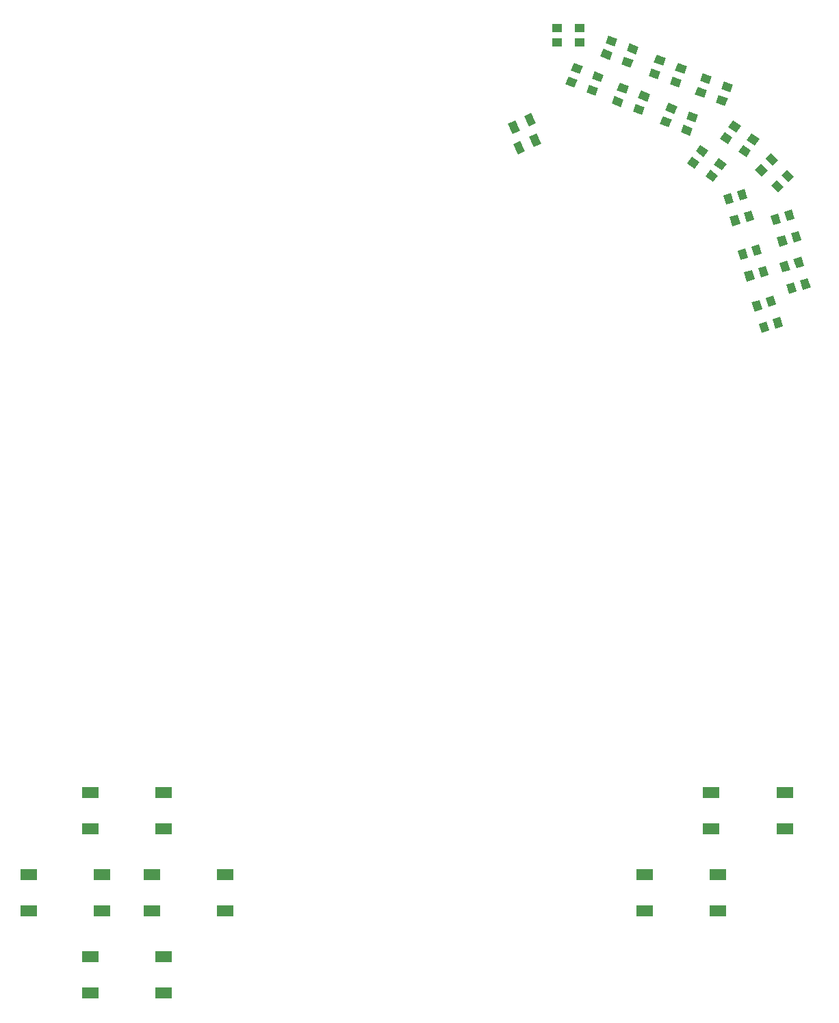
<source format=gtp>
G04 Layer: TopPasteMaskLayer*
G04 EasyEDA v6.4.17, 2021-02-25T15:28:36--5:00*
G04 aa3373424ab044808dd5acc0b6461e4b,072da06717534aa28f27f5ff42559d36,10*
G04 Gerber Generator version 0.2*
G04 Scale: 100 percent, Rotated: No, Reflected: No *
G04 Dimensions in inches *
G04 leading zeros omitted , absolute positions ,3 integer and 6 decimal *
%FSLAX36Y36*%
%MOIN*%

%ADD15R,0.0827X0.0551*%
%ADD16R,0.0472X0.0394*%

%LPD*%
G36*
X2568734Y4651644D02*
G01*
X2533054Y4635005D01*
X2509759Y4684958D01*
X2545442Y4701597D01*
G37*
G36*
X2490236Y4615039D02*
G01*
X2454555Y4598400D01*
X2431261Y4648353D01*
X2466941Y4664992D01*
G37*
G36*
X2593735Y4551644D02*
G01*
X2558054Y4535005D01*
X2534759Y4584958D01*
X2570442Y4601597D01*
G37*
G36*
X2515236Y4515039D02*
G01*
X2479555Y4498400D01*
X2456261Y4548354D01*
X2491941Y4564992D01*
G37*
D15*
G01*
X3095870Y988580D03*
G01*
X3454129Y988580D03*
G01*
X3095870Y811419D03*
G01*
X3454129Y811419D03*
G01*
X3420870Y1388580D03*
G01*
X3779129Y1388580D03*
G01*
X3420870Y1211419D03*
G01*
X3779129Y1211419D03*
G01*
X395869Y1388580D03*
G01*
X754129Y1388580D03*
G01*
X395869Y1211419D03*
G01*
X754129Y1211419D03*
G01*
X395869Y588580D03*
G01*
X754129Y588580D03*
G01*
X395869Y411419D03*
G01*
X754129Y411419D03*
G01*
X95869Y988580D03*
G01*
X454130Y988580D03*
G01*
X95869Y811419D03*
G01*
X454130Y811419D03*
G01*
X695869Y988580D03*
G01*
X1054129Y988580D03*
G01*
X695869Y811419D03*
G01*
X1054129Y811419D03*
G36*
X3525312Y4148582D02*
G01*
X3511499Y4193762D01*
X3549148Y4205273D01*
X3562961Y4160092D01*
G37*
G36*
X3493082Y4254002D02*
G01*
X3479269Y4299182D01*
X3516920Y4310693D01*
X3530731Y4265513D01*
G37*
G36*
X3560852Y4274721D02*
G01*
X3547039Y4319901D01*
X3584688Y4331412D01*
X3598501Y4286232D01*
G37*
G36*
X3593082Y4169301D02*
G01*
X3579269Y4214482D01*
X3616918Y4225991D01*
X3630731Y4180812D01*
G37*
G36*
X3595312Y3878582D02*
G01*
X3581499Y3923762D01*
X3619148Y3935273D01*
X3632962Y3890093D01*
G37*
G36*
X3563082Y3984002D02*
G01*
X3549269Y4029180D01*
X3586920Y4040691D01*
X3600731Y3995511D01*
G37*
G36*
X3630852Y4004721D02*
G01*
X3617039Y4049901D01*
X3654688Y4061410D01*
X3668501Y4016232D01*
G37*
G36*
X3663082Y3899301D02*
G01*
X3649269Y3944482D01*
X3686918Y3955991D01*
X3700730Y3910812D01*
G37*
G36*
X3666913Y3628078D02*
G01*
X3652313Y3673010D01*
X3689755Y3685176D01*
X3704354Y3640244D01*
G37*
G36*
X3632848Y3732919D02*
G01*
X3618248Y3777851D01*
X3655690Y3790016D01*
X3670290Y3745084D01*
G37*
G36*
X3700245Y3754818D02*
G01*
X3685645Y3799749D01*
X3723090Y3811914D01*
X3737687Y3766984D01*
G37*
G36*
X3734309Y3649977D02*
G01*
X3719710Y3694910D01*
X3757154Y3707075D01*
X3771752Y3662143D01*
G37*
G36*
X3488761Y4735324D02*
G01*
X3444655Y4752255D01*
X3458762Y4789009D01*
X3502869Y4772078D01*
G37*
G36*
X3385847Y4774829D02*
G01*
X3341740Y4791759D01*
X3355848Y4828515D01*
X3399955Y4811583D01*
G37*
G36*
X3411243Y4840988D02*
G01*
X3367137Y4857919D01*
X3381244Y4894674D01*
X3425352Y4877743D01*
G37*
G36*
X3514156Y4801482D02*
G01*
X3470051Y4818413D01*
X3484158Y4855169D01*
X3528266Y4838238D01*
G37*
G36*
X3263761Y4825324D02*
G01*
X3219655Y4842255D01*
X3233762Y4879009D01*
X3277869Y4862078D01*
G37*
G36*
X3160847Y4864829D02*
G01*
X3116740Y4881759D01*
X3130848Y4918515D01*
X3174955Y4901583D01*
G37*
G36*
X3186243Y4930988D02*
G01*
X3142137Y4947919D01*
X3156244Y4984674D01*
X3200352Y4967743D01*
G37*
G36*
X3289156Y4891482D02*
G01*
X3245051Y4908413D01*
X3259158Y4945169D01*
X3303266Y4928238D01*
G37*
G36*
X3746706Y4315346D02*
G01*
X3713298Y4348753D01*
X3741138Y4376590D01*
X3774543Y4343184D01*
G37*
G36*
X3668757Y4393294D02*
G01*
X3635348Y4426701D01*
X3663189Y4454540D01*
X3696594Y4421134D01*
G37*
G36*
X3718865Y4443403D02*
G01*
X3685460Y4476810D01*
X3713298Y4504650D01*
X3746705Y4471244D01*
G37*
G36*
X3796814Y4365455D02*
G01*
X3763409Y4398863D01*
X3791247Y4426702D01*
X3824654Y4393294D01*
G37*
G36*
X3592888Y4484684D02*
G01*
X3554188Y4511783D01*
X3576769Y4544032D01*
X3615469Y4516934D01*
G37*
G36*
X3502587Y4547914D02*
G01*
X3463887Y4575012D01*
X3486469Y4607262D01*
X3525169Y4580164D01*
G37*
G36*
X3543235Y4605964D02*
G01*
X3504534Y4633060D01*
X3527115Y4665311D01*
X3565816Y4638213D01*
G37*
G36*
X3633536Y4542734D02*
G01*
X3594835Y4569832D01*
X3617416Y4602082D01*
X3656117Y4574985D01*
G37*
G36*
X3317361Y4589397D02*
G01*
X3273558Y4607096D01*
X3288306Y4643598D01*
X3332110Y4625900D01*
G37*
G36*
X3215153Y4630693D02*
G01*
X3171349Y4648391D01*
X3186096Y4684893D01*
X3229901Y4667195D01*
G37*
G36*
X3241700Y4696399D02*
G01*
X3197896Y4714096D01*
X3212644Y4750599D01*
X3256446Y4732902D01*
G37*
G36*
X3343909Y4655104D02*
G01*
X3300105Y4672802D01*
X3314853Y4709304D01*
X3358657Y4691606D01*
G37*
G36*
X3431306Y4364124D02*
G01*
X3393086Y4391894D01*
X3416226Y4423744D01*
X3454448Y4395976D01*
G37*
G36*
X3342124Y4428919D02*
G01*
X3303903Y4456689D01*
X3327043Y4488539D01*
X3365266Y4460771D01*
G37*
G36*
X3383778Y4486252D02*
G01*
X3345555Y4514020D01*
X3368698Y4545871D01*
X3406918Y4518103D01*
G37*
G36*
X3472960Y4421457D02*
G01*
X3434740Y4449225D01*
X3457879Y4481077D01*
X3496102Y4453307D01*
G37*
G36*
X2857362Y4784397D02*
G01*
X2813558Y4802094D01*
X2828306Y4838598D01*
X2872109Y4820900D01*
G37*
G36*
X2755153Y4825693D02*
G01*
X2711347Y4843390D01*
X2726098Y4879893D01*
X2769901Y4862197D01*
G37*
G36*
X2781698Y4891399D02*
G01*
X2737896Y4909096D01*
X2752644Y4945599D01*
X2796448Y4927902D01*
G37*
G36*
X2883909Y4850104D02*
G01*
X2840105Y4867800D01*
X2854853Y4904304D01*
X2898656Y4886606D01*
G37*
G36*
X3083760Y4690324D02*
G01*
X3039654Y4707255D01*
X3053762Y4744009D01*
X3097869Y4727078D01*
G37*
G36*
X2980846Y4729829D02*
G01*
X2936740Y4746759D01*
X2950848Y4783515D01*
X2994955Y4766583D01*
G37*
G36*
X3006242Y4795988D02*
G01*
X2962136Y4812919D01*
X2976244Y4849674D01*
X3020351Y4832743D01*
G37*
G36*
X3109156Y4756482D02*
G01*
X3065050Y4773413D01*
X3079158Y4810169D01*
X3123265Y4793238D01*
G37*
G36*
X3800312Y3818582D02*
G01*
X3786499Y3863762D01*
X3824149Y3875273D01*
X3837961Y3830092D01*
G37*
G36*
X3768082Y3924002D02*
G01*
X3754269Y3969180D01*
X3791920Y3980691D01*
X3805733Y3935513D01*
G37*
G36*
X3835852Y3944721D02*
G01*
X3822039Y3989901D01*
X3859688Y4001410D01*
X3873501Y3956232D01*
G37*
G36*
X3868082Y3839301D02*
G01*
X3854269Y3884482D01*
X3891918Y3895991D01*
X3905731Y3850812D01*
G37*
G36*
X3755312Y4048582D02*
G01*
X3741499Y4093762D01*
X3779148Y4105273D01*
X3792962Y4060093D01*
G37*
G36*
X3723082Y4154002D02*
G01*
X3709269Y4199182D01*
X3746920Y4210691D01*
X3760733Y4165511D01*
G37*
G36*
X3790852Y4174721D02*
G01*
X3777039Y4219901D01*
X3814688Y4231412D01*
X3828500Y4186232D01*
G37*
G36*
X3823082Y4069301D02*
G01*
X3809269Y4114482D01*
X3846918Y4125991D01*
X3860731Y4080812D01*
G37*
D16*
G01*
X2780119Y5044569D03*
G01*
X2669880Y5044569D03*
G01*
X2669880Y5115430D03*
G01*
X2780119Y5115430D03*
G36*
X3028760Y4920324D02*
G01*
X2984654Y4937255D01*
X2998762Y4974009D01*
X3042869Y4957078D01*
G37*
G36*
X2925846Y4959829D02*
G01*
X2881740Y4976759D01*
X2895848Y5013515D01*
X2939955Y4996583D01*
G37*
G36*
X2951242Y5025988D02*
G01*
X2907136Y5042919D01*
X2921244Y5079674D01*
X2965351Y5062743D01*
G37*
G36*
X3054156Y4986482D02*
G01*
X3010050Y5003413D01*
X3024158Y5040169D01*
X3068265Y5023238D01*
G37*
M02*

</source>
